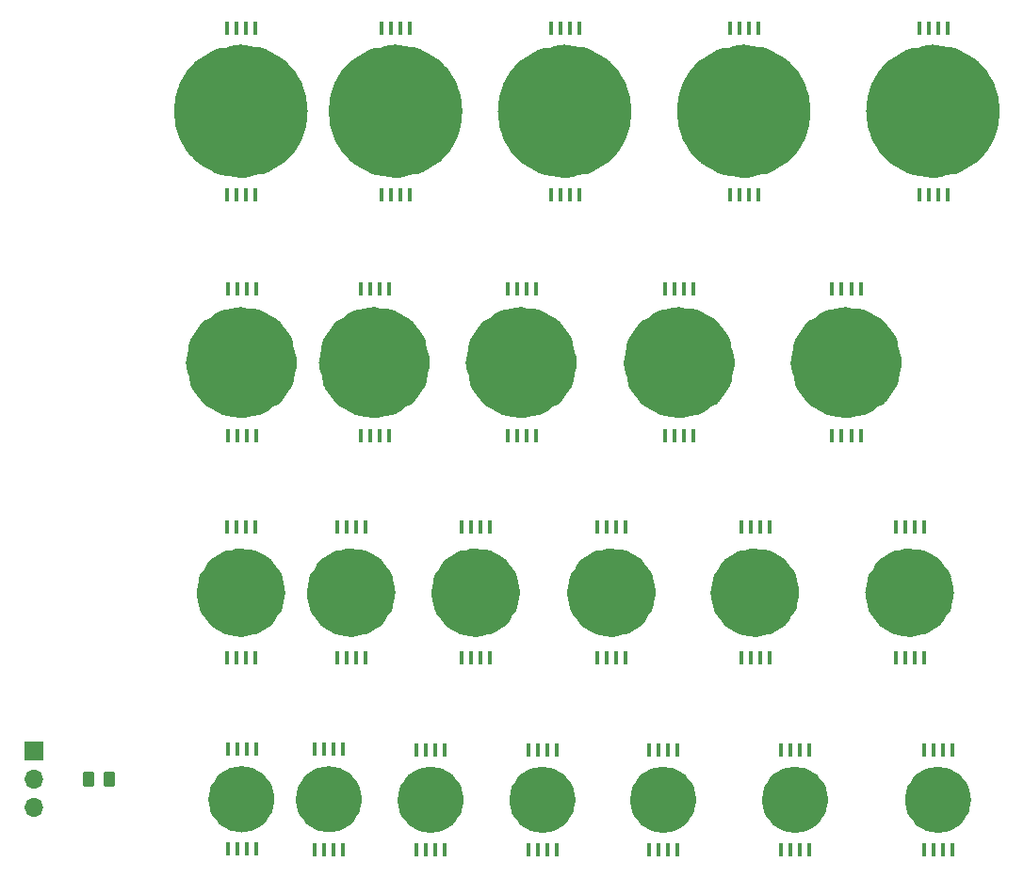
<source format=gbr>
%TF.GenerationSoftware,KiCad,Pcbnew,(6.0.0)*%
%TF.CreationDate,2022-01-22T08:46:37+01:00*%
%TF.ProjectId,CNLJS_test_LEDice_dual,434e4c4a-535f-4746-9573-745f4c454469,rev?*%
%TF.SameCoordinates,Original*%
%TF.FileFunction,Soldermask,Top*%
%TF.FilePolarity,Negative*%
%FSLAX46Y46*%
G04 Gerber Fmt 4.6, Leading zero omitted, Abs format (unit mm)*
G04 Created by KiCad (PCBNEW (6.0.0)) date 2022-01-22 08:46:37*
%MOMM*%
%LPD*%
G01*
G04 APERTURE LIST*
G04 Aperture macros list*
%AMRoundRect*
0 Rectangle with rounded corners*
0 $1 Rounding radius*
0 $2 $3 $4 $5 $6 $7 $8 $9 X,Y pos of 4 corners*
0 Add a 4 corners polygon primitive as box body*
4,1,4,$2,$3,$4,$5,$6,$7,$8,$9,$2,$3,0*
0 Add four circle primitives for the rounded corners*
1,1,$1+$1,$2,$3*
1,1,$1+$1,$4,$5*
1,1,$1+$1,$6,$7*
1,1,$1+$1,$8,$9*
0 Add four rect primitives between the rounded corners*
20,1,$1+$1,$2,$3,$4,$5,0*
20,1,$1+$1,$4,$5,$6,$7,0*
20,1,$1+$1,$6,$7,$8,$9,0*
20,1,$1+$1,$8,$9,$2,$3,0*%
G04 Aperture macros list end*
%ADD10C,6.000000*%
%ADD11C,5.000000*%
%ADD12C,4.000000*%
%ADD13C,3.000000*%
%ADD14R,0.420000X1.300000*%
%ADD15R,1.700000X1.700000*%
%ADD16O,1.700000X1.700000*%
%ADD17RoundRect,0.250000X-0.262500X-0.450000X0.262500X-0.450000X0.262500X0.450000X-0.262500X0.450000X0*%
G04 APERTURE END LIST*
D10*
%TO.C,U23*%
X202900000Y-61800000D02*
G75*
G03*
X202900000Y-61800000I-3000000J0D01*
G01*
%TO.C,U22*%
X185900000Y-61800000D02*
G75*
G03*
X185900000Y-61800000I-3000000J0D01*
G01*
%TO.C,U21*%
X169800000Y-61800000D02*
G75*
G03*
X169800000Y-61800000I-3000000J0D01*
G01*
%TO.C,U20*%
X154600000Y-61800000D02*
G75*
G03*
X154600000Y-61800000I-3000000J0D01*
G01*
%TO.C,U19*%
X140700000Y-61800000D02*
G75*
G03*
X140700000Y-61800000I-3000000J0D01*
G01*
D11*
%TO.C,U18*%
X194600000Y-84400000D02*
G75*
G03*
X194600000Y-84400000I-2500000J0D01*
G01*
%TO.C,U17*%
X179600000Y-84400000D02*
G75*
G03*
X179600000Y-84400000I-2500000J0D01*
G01*
%TO.C,U16*%
X165400000Y-84400000D02*
G75*
G03*
X165400000Y-84400000I-2500000J0D01*
G01*
%TO.C,U15*%
X152200000Y-84400000D02*
G75*
G03*
X152200000Y-84400000I-2500000J0D01*
G01*
%TO.C,U14*%
X140250000Y-84400000D02*
G75*
G03*
X140250000Y-84400000I-2500000J0D01*
G01*
D12*
%TO.C,U13*%
X199800000Y-105100000D02*
G75*
G03*
X199800000Y-105100000I-2000000J0D01*
G01*
%TO.C,U7*%
D13*
X201850000Y-123750000D02*
G75*
G03*
X201850000Y-123750000I-1500000J0D01*
G01*
%TO.C,U5*%
X177150000Y-123750000D02*
G75*
G03*
X177150000Y-123750000I-1500000J0D01*
G01*
%TO.C,U3*%
X156250000Y-123750000D02*
G75*
G03*
X156250000Y-123750000I-1500000J0D01*
G01*
%TO.C,U1*%
X139250000Y-123698000D02*
G75*
G03*
X139250000Y-123698000I-1500000J0D01*
G01*
%TO.C,U2*%
X147100000Y-123700000D02*
G75*
G03*
X147100000Y-123700000I-1500000J0D01*
G01*
%TO.C,U4*%
X166300000Y-123750000D02*
G75*
G03*
X166300000Y-123750000I-1500000J0D01*
G01*
D12*
%TO.C,U10*%
X160800000Y-105100000D02*
G75*
G03*
X160800000Y-105100000I-2000000J0D01*
G01*
%TO.C,U9*%
X149600000Y-105100000D02*
G75*
G03*
X149600000Y-105100000I-2000000J0D01*
G01*
%TO.C,U12*%
X185900000Y-105100000D02*
G75*
G03*
X185900000Y-105100000I-2000000J0D01*
G01*
%TO.C,U6*%
D13*
X189000000Y-123750000D02*
G75*
G03*
X189000000Y-123750000I-1500000J0D01*
G01*
D12*
%TO.C,U8*%
X139700000Y-105100000D02*
G75*
G03*
X139700000Y-105100000I-2000000J0D01*
G01*
%TO.C,U11*%
X173000000Y-105100000D02*
G75*
G03*
X173000000Y-105100000I-2000000J0D01*
G01*
%TD*%
D14*
%TO.C,U23*%
X201200000Y-69300000D03*
X199500000Y-54300000D03*
X200350000Y-69300000D03*
X198650000Y-54300000D03*
X199500000Y-69300000D03*
X201200000Y-54300000D03*
X198650000Y-69300000D03*
X200350000Y-54300000D03*
%TD*%
%TO.C,U22*%
X184200000Y-69300000D03*
X182500000Y-54300000D03*
X183350000Y-69300000D03*
X181650000Y-54300000D03*
X182500000Y-69300000D03*
X184200000Y-54300000D03*
X181650000Y-69300000D03*
X183350000Y-54300000D03*
%TD*%
%TO.C,U21*%
X168100000Y-69300000D03*
X166400000Y-54300000D03*
X167250000Y-69300000D03*
X165550000Y-54300000D03*
X166400000Y-69300000D03*
X168100000Y-54300000D03*
X165550000Y-69300000D03*
X167250000Y-54300000D03*
%TD*%
%TO.C,U20*%
X152900000Y-69300000D03*
X151200000Y-54300000D03*
X152050000Y-69300000D03*
X150350000Y-54300000D03*
X151200000Y-69300000D03*
X152900000Y-54300000D03*
X150350000Y-69300000D03*
X152050000Y-54300000D03*
%TD*%
%TO.C,U19*%
X139000000Y-69300000D03*
X137300000Y-54300000D03*
X138150000Y-69300000D03*
X136450000Y-54300000D03*
X137300000Y-69300000D03*
X139000000Y-54300000D03*
X136450000Y-69300000D03*
X138150000Y-54300000D03*
%TD*%
%TO.C,U18*%
X193400000Y-91000000D03*
X191700000Y-77800000D03*
X192550000Y-91000000D03*
X190850000Y-77800000D03*
X191700000Y-91000000D03*
X193400000Y-77800000D03*
X190850000Y-91000000D03*
X192550000Y-77800000D03*
%TD*%
%TO.C,U17*%
X178400000Y-91000000D03*
X176700000Y-77800000D03*
X177550000Y-91000000D03*
X175850000Y-77800000D03*
X176700000Y-91000000D03*
X178400000Y-77800000D03*
X175850000Y-91000000D03*
X177550000Y-77800000D03*
%TD*%
%TO.C,U16*%
X164200000Y-91000000D03*
X162500000Y-77800000D03*
X163350000Y-91000000D03*
X161650000Y-77800000D03*
X162500000Y-91000000D03*
X164200000Y-77800000D03*
X161650000Y-91000000D03*
X163350000Y-77800000D03*
%TD*%
%TO.C,U15*%
X151000000Y-91000000D03*
X149300000Y-77800000D03*
X150150000Y-91000000D03*
X148450000Y-77800000D03*
X149300000Y-91000000D03*
X151000000Y-77800000D03*
X148450000Y-91000000D03*
X150150000Y-77800000D03*
%TD*%
%TO.C,U14*%
X139050000Y-91000000D03*
X137350000Y-77800000D03*
X138200000Y-91000000D03*
X136500000Y-77800000D03*
X137350000Y-91000000D03*
X139050000Y-77800000D03*
X136500000Y-91000000D03*
X138200000Y-77800000D03*
%TD*%
%TO.C,U13*%
X199100000Y-111000000D03*
X197400000Y-99200000D03*
X198250000Y-111000000D03*
X196550000Y-99200000D03*
X197400000Y-111000000D03*
X199100000Y-99200000D03*
X196550000Y-111000000D03*
X198250000Y-99200000D03*
%TD*%
%TO.C,U7*%
X200800000Y-119250000D03*
X199100000Y-128250000D03*
X201650000Y-119250000D03*
X199950000Y-128250000D03*
X199100000Y-119250000D03*
X199950000Y-119250000D03*
X200800000Y-128250000D03*
X201650000Y-128250000D03*
%TD*%
%TO.C,U5*%
X176100000Y-119250000D03*
X174400000Y-128250000D03*
X176950000Y-119250000D03*
X175250000Y-128250000D03*
X174400000Y-119250000D03*
X175250000Y-119250000D03*
X176100000Y-128250000D03*
X176950000Y-128250000D03*
%TD*%
%TO.C,U3*%
X155200000Y-119250000D03*
X156050000Y-119250000D03*
X153500000Y-128250000D03*
X153500000Y-119250000D03*
X154350000Y-128250000D03*
X154350000Y-119250000D03*
X155200000Y-128250000D03*
X156050000Y-128250000D03*
%TD*%
%TO.C,U1*%
X139050000Y-128198000D03*
X137350000Y-119198000D03*
X138200000Y-128198000D03*
X136500000Y-119198000D03*
X137350000Y-128198000D03*
X136500000Y-128198000D03*
X139050000Y-119198000D03*
X138200000Y-119198000D03*
%TD*%
%TO.C,U2*%
X146900000Y-128200000D03*
X145200000Y-119200000D03*
X146050000Y-128200000D03*
X144350000Y-119200000D03*
X145200000Y-128200000D03*
X146900000Y-119200000D03*
X144350000Y-128200000D03*
X146050000Y-119200000D03*
%TD*%
%TO.C,U4*%
X165250000Y-119250000D03*
X163550000Y-128250000D03*
X166100000Y-119250000D03*
X163550000Y-119250000D03*
X164400000Y-128250000D03*
X164400000Y-119250000D03*
X165250000Y-128250000D03*
X166100000Y-128250000D03*
%TD*%
%TO.C,U10*%
X160100000Y-111000000D03*
X158400000Y-99200000D03*
X159250000Y-111000000D03*
X158400000Y-111000000D03*
X157550000Y-99200000D03*
X157550000Y-111000000D03*
X160100000Y-99200000D03*
X159250000Y-99200000D03*
%TD*%
%TO.C,U9*%
X148050000Y-99200000D03*
X148900000Y-99200000D03*
X146350000Y-111000000D03*
X147200000Y-111000000D03*
X146350000Y-99200000D03*
X148050000Y-111000000D03*
X147200000Y-99200000D03*
X148900000Y-111000000D03*
%TD*%
%TO.C,U12*%
X185200000Y-111000000D03*
X184350000Y-111000000D03*
X183500000Y-99200000D03*
X183500000Y-111000000D03*
X182650000Y-99200000D03*
X185200000Y-99200000D03*
X182650000Y-111000000D03*
X184350000Y-99200000D03*
%TD*%
D15*
%TO.C,J1*%
X119094000Y-119380000D03*
D16*
X119094000Y-121920000D03*
X119094000Y-124460000D03*
%TD*%
D17*
%TO.C,R1*%
X124023500Y-121920000D03*
X125848500Y-121920000D03*
%TD*%
D14*
%TO.C,U6*%
X187950000Y-119250000D03*
X186250000Y-128250000D03*
X188800000Y-119250000D03*
X186250000Y-119250000D03*
X187100000Y-128250000D03*
X187100000Y-119250000D03*
X187950000Y-128250000D03*
X188800000Y-128250000D03*
%TD*%
%TO.C,U8*%
X139000000Y-111000000D03*
X137300000Y-99200000D03*
X138150000Y-111000000D03*
X137300000Y-111000000D03*
X136450000Y-99200000D03*
X139000000Y-99200000D03*
X136450000Y-111000000D03*
X138150000Y-99200000D03*
%TD*%
%TO.C,U11*%
X172300000Y-111000000D03*
X171450000Y-111000000D03*
X170600000Y-99200000D03*
X170600000Y-111000000D03*
X169750000Y-99200000D03*
X172300000Y-99200000D03*
X169750000Y-111000000D03*
X171450000Y-99200000D03*
%TD*%
M02*

</source>
